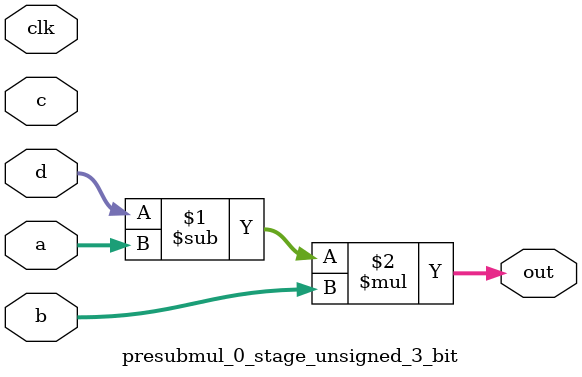
<source format=sv>
(* use_dsp = "yes" *) module presubmul_0_stage_unsigned_3_bit(
	input  [2:0] a,
	input  [2:0] b,
	input  [2:0] c,
	input  [2:0] d,
	output [2:0] out,
	input clk);

	assign out = (d - a) * b;
endmodule

</source>
